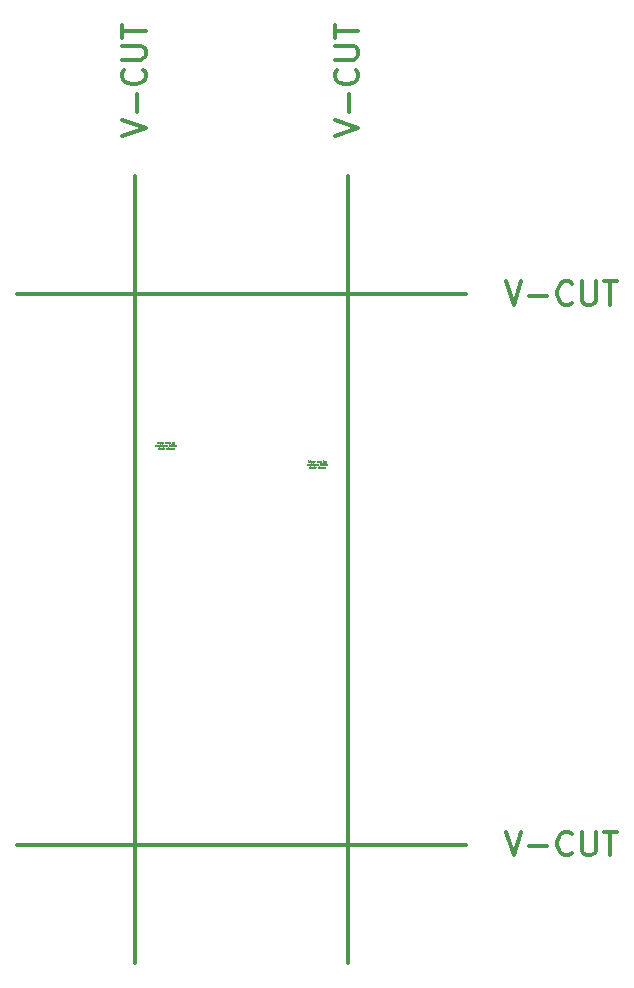
<source format=gbr>
%TF.GenerationSoftware,KiCad,Pcbnew,8.0.1*%
%TF.CreationDate,2025-06-23T19:48:13+12:00*%
%TF.ProjectId,panelrev2,70616e65-6c72-4657-9632-2e6b69636164,rev?*%
%TF.SameCoordinates,Original*%
%TF.FileFunction,Other,Comment*%
%FSLAX46Y46*%
G04 Gerber Fmt 4.6, Leading zero omitted, Abs format (unit mm)*
G04 Created by KiCad (PCBNEW 8.0.1) date 2025-06-23 19:48:13*
%MOMM*%
%LPD*%
G01*
G04 APERTURE LIST*
%ADD10C,0.300000*%
%ADD11C,0.020000*%
G04 APERTURE END LIST*
D10*
X129500000Y-27000000D02*
X167500000Y-27000000D01*
X129500000Y-73600000D02*
X167500000Y-73600000D01*
X157500000Y-17000000D02*
X157500000Y-83600000D01*
X139500000Y-17000000D02*
X139500000Y-83600000D01*
X138409638Y-13612155D02*
X140409638Y-12945489D01*
X140409638Y-12945489D02*
X138409638Y-12278822D01*
X139647733Y-11612155D02*
X139647733Y-10088346D01*
X140219161Y-7993108D02*
X140314400Y-8088346D01*
X140314400Y-8088346D02*
X140409638Y-8374060D01*
X140409638Y-8374060D02*
X140409638Y-8564536D01*
X140409638Y-8564536D02*
X140314400Y-8850251D01*
X140314400Y-8850251D02*
X140123923Y-9040727D01*
X140123923Y-9040727D02*
X139933447Y-9135965D01*
X139933447Y-9135965D02*
X139552495Y-9231203D01*
X139552495Y-9231203D02*
X139266780Y-9231203D01*
X139266780Y-9231203D02*
X138885828Y-9135965D01*
X138885828Y-9135965D02*
X138695352Y-9040727D01*
X138695352Y-9040727D02*
X138504876Y-8850251D01*
X138504876Y-8850251D02*
X138409638Y-8564536D01*
X138409638Y-8564536D02*
X138409638Y-8374060D01*
X138409638Y-8374060D02*
X138504876Y-8088346D01*
X138504876Y-8088346D02*
X138600114Y-7993108D01*
X138409638Y-7135965D02*
X140028685Y-7135965D01*
X140028685Y-7135965D02*
X140219161Y-7040727D01*
X140219161Y-7040727D02*
X140314400Y-6945489D01*
X140314400Y-6945489D02*
X140409638Y-6755013D01*
X140409638Y-6755013D02*
X140409638Y-6374060D01*
X140409638Y-6374060D02*
X140314400Y-6183584D01*
X140314400Y-6183584D02*
X140219161Y-6088346D01*
X140219161Y-6088346D02*
X140028685Y-5993108D01*
X140028685Y-5993108D02*
X138409638Y-5993108D01*
X138409638Y-5326441D02*
X138409638Y-4183584D01*
X140409638Y-4755013D02*
X138409638Y-4755013D01*
X156409638Y-13612155D02*
X158409638Y-12945489D01*
X158409638Y-12945489D02*
X156409638Y-12278822D01*
X157647733Y-11612155D02*
X157647733Y-10088346D01*
X158219161Y-7993108D02*
X158314400Y-8088346D01*
X158314400Y-8088346D02*
X158409638Y-8374060D01*
X158409638Y-8374060D02*
X158409638Y-8564536D01*
X158409638Y-8564536D02*
X158314400Y-8850251D01*
X158314400Y-8850251D02*
X158123923Y-9040727D01*
X158123923Y-9040727D02*
X157933447Y-9135965D01*
X157933447Y-9135965D02*
X157552495Y-9231203D01*
X157552495Y-9231203D02*
X157266780Y-9231203D01*
X157266780Y-9231203D02*
X156885828Y-9135965D01*
X156885828Y-9135965D02*
X156695352Y-9040727D01*
X156695352Y-9040727D02*
X156504876Y-8850251D01*
X156504876Y-8850251D02*
X156409638Y-8564536D01*
X156409638Y-8564536D02*
X156409638Y-8374060D01*
X156409638Y-8374060D02*
X156504876Y-8088346D01*
X156504876Y-8088346D02*
X156600114Y-7993108D01*
X156409638Y-7135965D02*
X158028685Y-7135965D01*
X158028685Y-7135965D02*
X158219161Y-7040727D01*
X158219161Y-7040727D02*
X158314400Y-6945489D01*
X158314400Y-6945489D02*
X158409638Y-6755013D01*
X158409638Y-6755013D02*
X158409638Y-6374060D01*
X158409638Y-6374060D02*
X158314400Y-6183584D01*
X158314400Y-6183584D02*
X158219161Y-6088346D01*
X158219161Y-6088346D02*
X158028685Y-5993108D01*
X158028685Y-5993108D02*
X156409638Y-5993108D01*
X156409638Y-5326441D02*
X156409638Y-4183584D01*
X158409638Y-4755013D02*
X156409638Y-4755013D01*
X170887844Y-25909638D02*
X171554510Y-27909638D01*
X171554510Y-27909638D02*
X172221177Y-25909638D01*
X172887844Y-27147733D02*
X174411654Y-27147733D01*
X176506891Y-27719161D02*
X176411653Y-27814400D01*
X176411653Y-27814400D02*
X176125939Y-27909638D01*
X176125939Y-27909638D02*
X175935463Y-27909638D01*
X175935463Y-27909638D02*
X175649748Y-27814400D01*
X175649748Y-27814400D02*
X175459272Y-27623923D01*
X175459272Y-27623923D02*
X175364034Y-27433447D01*
X175364034Y-27433447D02*
X175268796Y-27052495D01*
X175268796Y-27052495D02*
X175268796Y-26766780D01*
X175268796Y-26766780D02*
X175364034Y-26385828D01*
X175364034Y-26385828D02*
X175459272Y-26195352D01*
X175459272Y-26195352D02*
X175649748Y-26004876D01*
X175649748Y-26004876D02*
X175935463Y-25909638D01*
X175935463Y-25909638D02*
X176125939Y-25909638D01*
X176125939Y-25909638D02*
X176411653Y-26004876D01*
X176411653Y-26004876D02*
X176506891Y-26100114D01*
X177364034Y-25909638D02*
X177364034Y-27528685D01*
X177364034Y-27528685D02*
X177459272Y-27719161D01*
X177459272Y-27719161D02*
X177554510Y-27814400D01*
X177554510Y-27814400D02*
X177744986Y-27909638D01*
X177744986Y-27909638D02*
X178125939Y-27909638D01*
X178125939Y-27909638D02*
X178316415Y-27814400D01*
X178316415Y-27814400D02*
X178411653Y-27719161D01*
X178411653Y-27719161D02*
X178506891Y-27528685D01*
X178506891Y-27528685D02*
X178506891Y-25909638D01*
X179173558Y-25909638D02*
X180316415Y-25909638D01*
X179744986Y-27909638D02*
X179744986Y-25909638D01*
X170887844Y-72509638D02*
X171554510Y-74509638D01*
X171554510Y-74509638D02*
X172221177Y-72509638D01*
X172887844Y-73747733D02*
X174411654Y-73747733D01*
X176506891Y-74319161D02*
X176411653Y-74414400D01*
X176411653Y-74414400D02*
X176125939Y-74509638D01*
X176125939Y-74509638D02*
X175935463Y-74509638D01*
X175935463Y-74509638D02*
X175649748Y-74414400D01*
X175649748Y-74414400D02*
X175459272Y-74223923D01*
X175459272Y-74223923D02*
X175364034Y-74033447D01*
X175364034Y-74033447D02*
X175268796Y-73652495D01*
X175268796Y-73652495D02*
X175268796Y-73366780D01*
X175268796Y-73366780D02*
X175364034Y-72985828D01*
X175364034Y-72985828D02*
X175459272Y-72795352D01*
X175459272Y-72795352D02*
X175649748Y-72604876D01*
X175649748Y-72604876D02*
X175935463Y-72509638D01*
X175935463Y-72509638D02*
X176125939Y-72509638D01*
X176125939Y-72509638D02*
X176411653Y-72604876D01*
X176411653Y-72604876D02*
X176506891Y-72700114D01*
X177364034Y-72509638D02*
X177364034Y-74128685D01*
X177364034Y-74128685D02*
X177459272Y-74319161D01*
X177459272Y-74319161D02*
X177554510Y-74414400D01*
X177554510Y-74414400D02*
X177744986Y-74509638D01*
X177744986Y-74509638D02*
X178125939Y-74509638D01*
X178125939Y-74509638D02*
X178316415Y-74414400D01*
X178316415Y-74414400D02*
X178411653Y-74319161D01*
X178411653Y-74319161D02*
X178506891Y-74128685D01*
X178506891Y-74128685D02*
X178506891Y-72509638D01*
X179173558Y-72509638D02*
X180316415Y-72509638D01*
X179744986Y-74509638D02*
X179744986Y-72509638D01*
D11*
X141350000Y-39476860D02*
X141385714Y-39626860D01*
X141385714Y-39626860D02*
X141414286Y-39519718D01*
X141414286Y-39519718D02*
X141442857Y-39626860D01*
X141442857Y-39626860D02*
X141478572Y-39476860D01*
X141535715Y-39626860D02*
X141535715Y-39526860D01*
X141535715Y-39476860D02*
X141528572Y-39484003D01*
X141528572Y-39484003D02*
X141535715Y-39491146D01*
X141535715Y-39491146D02*
X141542858Y-39484003D01*
X141542858Y-39484003D02*
X141535715Y-39476860D01*
X141535715Y-39476860D02*
X141535715Y-39491146D01*
X141607144Y-39526860D02*
X141607144Y-39676860D01*
X141607144Y-39534003D02*
X141621430Y-39526860D01*
X141621430Y-39526860D02*
X141650001Y-39526860D01*
X141650001Y-39526860D02*
X141664287Y-39534003D01*
X141664287Y-39534003D02*
X141671430Y-39541146D01*
X141671430Y-39541146D02*
X141678572Y-39555432D01*
X141678572Y-39555432D02*
X141678572Y-39598289D01*
X141678572Y-39598289D02*
X141671430Y-39612575D01*
X141671430Y-39612575D02*
X141664287Y-39619718D01*
X141664287Y-39619718D02*
X141650001Y-39626860D01*
X141650001Y-39626860D02*
X141621430Y-39626860D01*
X141621430Y-39626860D02*
X141607144Y-39619718D01*
X141800001Y-39619718D02*
X141785715Y-39626860D01*
X141785715Y-39626860D02*
X141757144Y-39626860D01*
X141757144Y-39626860D02*
X141742858Y-39619718D01*
X141742858Y-39619718D02*
X141735715Y-39605432D01*
X141735715Y-39605432D02*
X141735715Y-39548289D01*
X141735715Y-39548289D02*
X141742858Y-39534003D01*
X141742858Y-39534003D02*
X141757144Y-39526860D01*
X141757144Y-39526860D02*
X141785715Y-39526860D01*
X141785715Y-39526860D02*
X141800001Y-39534003D01*
X141800001Y-39534003D02*
X141807144Y-39548289D01*
X141807144Y-39548289D02*
X141807144Y-39562575D01*
X141807144Y-39562575D02*
X141735715Y-39576860D01*
X141871429Y-39626860D02*
X141871429Y-39526860D01*
X141871429Y-39555432D02*
X141878572Y-39541146D01*
X141878572Y-39541146D02*
X141885715Y-39534003D01*
X141885715Y-39534003D02*
X141900000Y-39526860D01*
X141900000Y-39526860D02*
X141914286Y-39526860D01*
X142078572Y-39626860D02*
X142078572Y-39526860D01*
X142078572Y-39541146D02*
X142085715Y-39534003D01*
X142085715Y-39534003D02*
X142100000Y-39526860D01*
X142100000Y-39526860D02*
X142121429Y-39526860D01*
X142121429Y-39526860D02*
X142135715Y-39534003D01*
X142135715Y-39534003D02*
X142142858Y-39548289D01*
X142142858Y-39548289D02*
X142142858Y-39626860D01*
X142142858Y-39548289D02*
X142150000Y-39534003D01*
X142150000Y-39534003D02*
X142164286Y-39526860D01*
X142164286Y-39526860D02*
X142185715Y-39526860D01*
X142185715Y-39526860D02*
X142200000Y-39534003D01*
X142200000Y-39534003D02*
X142207143Y-39548289D01*
X142207143Y-39548289D02*
X142207143Y-39626860D01*
X142342858Y-39626860D02*
X142342858Y-39548289D01*
X142342858Y-39548289D02*
X142335715Y-39534003D01*
X142335715Y-39534003D02*
X142321429Y-39526860D01*
X142321429Y-39526860D02*
X142292858Y-39526860D01*
X142292858Y-39526860D02*
X142278572Y-39534003D01*
X142342858Y-39619718D02*
X142328572Y-39626860D01*
X142328572Y-39626860D02*
X142292858Y-39626860D01*
X142292858Y-39626860D02*
X142278572Y-39619718D01*
X142278572Y-39619718D02*
X142271429Y-39605432D01*
X142271429Y-39605432D02*
X142271429Y-39591146D01*
X142271429Y-39591146D02*
X142278572Y-39576860D01*
X142278572Y-39576860D02*
X142292858Y-39569718D01*
X142292858Y-39569718D02*
X142328572Y-39569718D01*
X142328572Y-39569718D02*
X142342858Y-39562575D01*
X142400000Y-39526860D02*
X142435714Y-39626860D01*
X142471429Y-39526860D02*
X142435714Y-39626860D01*
X142435714Y-39626860D02*
X142421429Y-39662575D01*
X142421429Y-39662575D02*
X142414286Y-39669718D01*
X142414286Y-39669718D02*
X142400000Y-39676860D01*
X142642858Y-39626860D02*
X142642858Y-39476860D01*
X142642858Y-39534003D02*
X142657144Y-39526860D01*
X142657144Y-39526860D02*
X142685715Y-39526860D01*
X142685715Y-39526860D02*
X142700001Y-39534003D01*
X142700001Y-39534003D02*
X142707144Y-39541146D01*
X142707144Y-39541146D02*
X142714286Y-39555432D01*
X142714286Y-39555432D02*
X142714286Y-39598289D01*
X142714286Y-39598289D02*
X142707144Y-39612575D01*
X142707144Y-39612575D02*
X142700001Y-39619718D01*
X142700001Y-39619718D02*
X142685715Y-39626860D01*
X142685715Y-39626860D02*
X142657144Y-39626860D01*
X142657144Y-39626860D02*
X142642858Y-39619718D01*
X142835715Y-39619718D02*
X142821429Y-39626860D01*
X142821429Y-39626860D02*
X142792858Y-39626860D01*
X142792858Y-39626860D02*
X142778572Y-39619718D01*
X142778572Y-39619718D02*
X142771429Y-39605432D01*
X142771429Y-39605432D02*
X142771429Y-39548289D01*
X142771429Y-39548289D02*
X142778572Y-39534003D01*
X142778572Y-39534003D02*
X142792858Y-39526860D01*
X142792858Y-39526860D02*
X142821429Y-39526860D01*
X142821429Y-39526860D02*
X142835715Y-39534003D01*
X142835715Y-39534003D02*
X142842858Y-39548289D01*
X142842858Y-39548289D02*
X142842858Y-39562575D01*
X142842858Y-39562575D02*
X142771429Y-39576860D01*
X141300001Y-39868352D02*
X141300001Y-39789781D01*
X141300001Y-39789781D02*
X141292858Y-39775495D01*
X141292858Y-39775495D02*
X141278572Y-39768352D01*
X141278572Y-39768352D02*
X141250001Y-39768352D01*
X141250001Y-39768352D02*
X141235715Y-39775495D01*
X141300001Y-39861210D02*
X141285715Y-39868352D01*
X141285715Y-39868352D02*
X141250001Y-39868352D01*
X141250001Y-39868352D02*
X141235715Y-39861210D01*
X141235715Y-39861210D02*
X141228572Y-39846924D01*
X141228572Y-39846924D02*
X141228572Y-39832638D01*
X141228572Y-39832638D02*
X141235715Y-39818352D01*
X141235715Y-39818352D02*
X141250001Y-39811210D01*
X141250001Y-39811210D02*
X141285715Y-39811210D01*
X141285715Y-39811210D02*
X141300001Y-39804067D01*
X141371429Y-39768352D02*
X141371429Y-39868352D01*
X141371429Y-39782638D02*
X141378572Y-39775495D01*
X141378572Y-39775495D02*
X141392857Y-39768352D01*
X141392857Y-39768352D02*
X141414286Y-39768352D01*
X141414286Y-39768352D02*
X141428572Y-39775495D01*
X141428572Y-39775495D02*
X141435715Y-39789781D01*
X141435715Y-39789781D02*
X141435715Y-39868352D01*
X141492857Y-39768352D02*
X141528571Y-39868352D01*
X141564286Y-39768352D02*
X141528571Y-39868352D01*
X141528571Y-39868352D02*
X141514286Y-39904067D01*
X141514286Y-39904067D02*
X141507143Y-39911210D01*
X141507143Y-39911210D02*
X141492857Y-39918352D01*
X141607143Y-39768352D02*
X141635715Y-39868352D01*
X141635715Y-39868352D02*
X141664286Y-39796924D01*
X141664286Y-39796924D02*
X141692857Y-39868352D01*
X141692857Y-39868352D02*
X141721429Y-39768352D01*
X141778572Y-39868352D02*
X141778572Y-39718352D01*
X141842858Y-39868352D02*
X141842858Y-39789781D01*
X141842858Y-39789781D02*
X141835715Y-39775495D01*
X141835715Y-39775495D02*
X141821429Y-39768352D01*
X141821429Y-39768352D02*
X141800000Y-39768352D01*
X141800000Y-39768352D02*
X141785715Y-39775495D01*
X141785715Y-39775495D02*
X141778572Y-39782638D01*
X141971429Y-39861210D02*
X141957143Y-39868352D01*
X141957143Y-39868352D02*
X141928572Y-39868352D01*
X141928572Y-39868352D02*
X141914286Y-39861210D01*
X141914286Y-39861210D02*
X141907143Y-39846924D01*
X141907143Y-39846924D02*
X141907143Y-39789781D01*
X141907143Y-39789781D02*
X141914286Y-39775495D01*
X141914286Y-39775495D02*
X141928572Y-39768352D01*
X141928572Y-39768352D02*
X141957143Y-39768352D01*
X141957143Y-39768352D02*
X141971429Y-39775495D01*
X141971429Y-39775495D02*
X141978572Y-39789781D01*
X141978572Y-39789781D02*
X141978572Y-39804067D01*
X141978572Y-39804067D02*
X141907143Y-39818352D01*
X142042857Y-39868352D02*
X142042857Y-39768352D01*
X142042857Y-39796924D02*
X142050000Y-39782638D01*
X142050000Y-39782638D02*
X142057143Y-39775495D01*
X142057143Y-39775495D02*
X142071428Y-39768352D01*
X142071428Y-39768352D02*
X142085714Y-39768352D01*
X142192857Y-39861210D02*
X142178571Y-39868352D01*
X142178571Y-39868352D02*
X142150000Y-39868352D01*
X142150000Y-39868352D02*
X142135714Y-39861210D01*
X142135714Y-39861210D02*
X142128571Y-39846924D01*
X142128571Y-39846924D02*
X142128571Y-39789781D01*
X142128571Y-39789781D02*
X142135714Y-39775495D01*
X142135714Y-39775495D02*
X142150000Y-39768352D01*
X142150000Y-39768352D02*
X142178571Y-39768352D01*
X142178571Y-39768352D02*
X142192857Y-39775495D01*
X142192857Y-39775495D02*
X142200000Y-39789781D01*
X142200000Y-39789781D02*
X142200000Y-39804067D01*
X142200000Y-39804067D02*
X142128571Y-39818352D01*
X142364285Y-39768352D02*
X142392857Y-39868352D01*
X142392857Y-39868352D02*
X142421428Y-39796924D01*
X142421428Y-39796924D02*
X142449999Y-39868352D01*
X142449999Y-39868352D02*
X142478571Y-39768352D01*
X142535714Y-39868352D02*
X142535714Y-39768352D01*
X142535714Y-39718352D02*
X142528571Y-39725495D01*
X142528571Y-39725495D02*
X142535714Y-39732638D01*
X142535714Y-39732638D02*
X142542857Y-39725495D01*
X142542857Y-39725495D02*
X142535714Y-39718352D01*
X142535714Y-39718352D02*
X142535714Y-39732638D01*
X142585714Y-39768352D02*
X142642857Y-39768352D01*
X142607143Y-39718352D02*
X142607143Y-39846924D01*
X142607143Y-39846924D02*
X142614286Y-39861210D01*
X142614286Y-39861210D02*
X142628571Y-39868352D01*
X142628571Y-39868352D02*
X142642857Y-39868352D01*
X142692857Y-39868352D02*
X142692857Y-39718352D01*
X142757143Y-39868352D02*
X142757143Y-39789781D01*
X142757143Y-39789781D02*
X142750000Y-39775495D01*
X142750000Y-39775495D02*
X142735714Y-39768352D01*
X142735714Y-39768352D02*
X142714285Y-39768352D01*
X142714285Y-39768352D02*
X142700000Y-39775495D01*
X142700000Y-39775495D02*
X142692857Y-39782638D01*
X142828571Y-39868352D02*
X142828571Y-39768352D01*
X142828571Y-39718352D02*
X142821428Y-39725495D01*
X142821428Y-39725495D02*
X142828571Y-39732638D01*
X142828571Y-39732638D02*
X142835714Y-39725495D01*
X142835714Y-39725495D02*
X142828571Y-39718352D01*
X142828571Y-39718352D02*
X142828571Y-39732638D01*
X142900000Y-39768352D02*
X142900000Y-39868352D01*
X142900000Y-39782638D02*
X142907143Y-39775495D01*
X142907143Y-39775495D02*
X142921428Y-39768352D01*
X142921428Y-39768352D02*
X142942857Y-39768352D01*
X142942857Y-39768352D02*
X142957143Y-39775495D01*
X142957143Y-39775495D02*
X142964286Y-39789781D01*
X142964286Y-39789781D02*
X142964286Y-39868352D01*
X141485715Y-40102702D02*
X141471429Y-40109844D01*
X141471429Y-40109844D02*
X141442857Y-40109844D01*
X141442857Y-40109844D02*
X141428572Y-40102702D01*
X141428572Y-40102702D02*
X141421429Y-40095559D01*
X141421429Y-40095559D02*
X141414286Y-40081273D01*
X141414286Y-40081273D02*
X141414286Y-40038416D01*
X141414286Y-40038416D02*
X141421429Y-40024130D01*
X141421429Y-40024130D02*
X141428572Y-40016987D01*
X141428572Y-40016987D02*
X141442857Y-40009844D01*
X141442857Y-40009844D02*
X141471429Y-40009844D01*
X141471429Y-40009844D02*
X141485715Y-40016987D01*
X141550000Y-40109844D02*
X141550000Y-40009844D01*
X141550000Y-39959844D02*
X141542857Y-39966987D01*
X141542857Y-39966987D02*
X141550000Y-39974130D01*
X141550000Y-39974130D02*
X141557143Y-39966987D01*
X141557143Y-39966987D02*
X141550000Y-39959844D01*
X141550000Y-39959844D02*
X141550000Y-39974130D01*
X141621429Y-40109844D02*
X141621429Y-40009844D01*
X141621429Y-40038416D02*
X141628572Y-40024130D01*
X141628572Y-40024130D02*
X141635715Y-40016987D01*
X141635715Y-40016987D02*
X141650000Y-40009844D01*
X141650000Y-40009844D02*
X141664286Y-40009844D01*
X141778572Y-40102702D02*
X141764286Y-40109844D01*
X141764286Y-40109844D02*
X141735714Y-40109844D01*
X141735714Y-40109844D02*
X141721429Y-40102702D01*
X141721429Y-40102702D02*
X141714286Y-40095559D01*
X141714286Y-40095559D02*
X141707143Y-40081273D01*
X141707143Y-40081273D02*
X141707143Y-40038416D01*
X141707143Y-40038416D02*
X141714286Y-40024130D01*
X141714286Y-40024130D02*
X141721429Y-40016987D01*
X141721429Y-40016987D02*
X141735714Y-40009844D01*
X141735714Y-40009844D02*
X141764286Y-40009844D01*
X141764286Y-40009844D02*
X141778572Y-40016987D01*
X141864285Y-40109844D02*
X141850000Y-40102702D01*
X141850000Y-40102702D02*
X141842857Y-40088416D01*
X141842857Y-40088416D02*
X141842857Y-39959844D01*
X141978571Y-40102702D02*
X141964285Y-40109844D01*
X141964285Y-40109844D02*
X141935714Y-40109844D01*
X141935714Y-40109844D02*
X141921428Y-40102702D01*
X141921428Y-40102702D02*
X141914285Y-40088416D01*
X141914285Y-40088416D02*
X141914285Y-40031273D01*
X141914285Y-40031273D02*
X141921428Y-40016987D01*
X141921428Y-40016987D02*
X141935714Y-40009844D01*
X141935714Y-40009844D02*
X141964285Y-40009844D01*
X141964285Y-40009844D02*
X141978571Y-40016987D01*
X141978571Y-40016987D02*
X141985714Y-40031273D01*
X141985714Y-40031273D02*
X141985714Y-40045559D01*
X141985714Y-40045559D02*
X141914285Y-40059844D01*
X142157142Y-40102702D02*
X142171428Y-40109844D01*
X142171428Y-40109844D02*
X142199999Y-40109844D01*
X142199999Y-40109844D02*
X142214285Y-40102702D01*
X142214285Y-40102702D02*
X142221428Y-40088416D01*
X142221428Y-40088416D02*
X142221428Y-40081273D01*
X142221428Y-40081273D02*
X142214285Y-40066987D01*
X142214285Y-40066987D02*
X142199999Y-40059844D01*
X142199999Y-40059844D02*
X142178571Y-40059844D01*
X142178571Y-40059844D02*
X142164285Y-40052702D01*
X142164285Y-40052702D02*
X142157142Y-40038416D01*
X142157142Y-40038416D02*
X142157142Y-40031273D01*
X142157142Y-40031273D02*
X142164285Y-40016987D01*
X142164285Y-40016987D02*
X142178571Y-40009844D01*
X142178571Y-40009844D02*
X142199999Y-40009844D01*
X142199999Y-40009844D02*
X142214285Y-40016987D01*
X142285714Y-40109844D02*
X142285714Y-39959844D01*
X142350000Y-40109844D02*
X142350000Y-40031273D01*
X142350000Y-40031273D02*
X142342857Y-40016987D01*
X142342857Y-40016987D02*
X142328571Y-40009844D01*
X142328571Y-40009844D02*
X142307142Y-40009844D01*
X142307142Y-40009844D02*
X142292857Y-40016987D01*
X142292857Y-40016987D02*
X142285714Y-40024130D01*
X142442856Y-40109844D02*
X142428571Y-40102702D01*
X142428571Y-40102702D02*
X142421428Y-40095559D01*
X142421428Y-40095559D02*
X142414285Y-40081273D01*
X142414285Y-40081273D02*
X142414285Y-40038416D01*
X142414285Y-40038416D02*
X142421428Y-40024130D01*
X142421428Y-40024130D02*
X142428571Y-40016987D01*
X142428571Y-40016987D02*
X142442856Y-40009844D01*
X142442856Y-40009844D02*
X142464285Y-40009844D01*
X142464285Y-40009844D02*
X142478571Y-40016987D01*
X142478571Y-40016987D02*
X142485714Y-40024130D01*
X142485714Y-40024130D02*
X142492856Y-40038416D01*
X142492856Y-40038416D02*
X142492856Y-40081273D01*
X142492856Y-40081273D02*
X142485714Y-40095559D01*
X142485714Y-40095559D02*
X142478571Y-40102702D01*
X142478571Y-40102702D02*
X142464285Y-40109844D01*
X142464285Y-40109844D02*
X142442856Y-40109844D01*
X142542856Y-40009844D02*
X142571428Y-40109844D01*
X142571428Y-40109844D02*
X142599999Y-40038416D01*
X142599999Y-40038416D02*
X142628570Y-40109844D01*
X142628570Y-40109844D02*
X142657142Y-40009844D01*
X142714285Y-40009844D02*
X142714285Y-40109844D01*
X142714285Y-40024130D02*
X142721428Y-40016987D01*
X142721428Y-40016987D02*
X142735713Y-40009844D01*
X142735713Y-40009844D02*
X142757142Y-40009844D01*
X142757142Y-40009844D02*
X142771428Y-40016987D01*
X142771428Y-40016987D02*
X142778571Y-40031273D01*
X142778571Y-40031273D02*
X142778571Y-40109844D01*
X154150000Y-41076860D02*
X154185714Y-41226860D01*
X154185714Y-41226860D02*
X154214286Y-41119718D01*
X154214286Y-41119718D02*
X154242857Y-41226860D01*
X154242857Y-41226860D02*
X154278572Y-41076860D01*
X154335715Y-41226860D02*
X154335715Y-41126860D01*
X154335715Y-41076860D02*
X154328572Y-41084003D01*
X154328572Y-41084003D02*
X154335715Y-41091146D01*
X154335715Y-41091146D02*
X154342858Y-41084003D01*
X154342858Y-41084003D02*
X154335715Y-41076860D01*
X154335715Y-41076860D02*
X154335715Y-41091146D01*
X154407144Y-41126860D02*
X154407144Y-41276860D01*
X154407144Y-41134003D02*
X154421430Y-41126860D01*
X154421430Y-41126860D02*
X154450001Y-41126860D01*
X154450001Y-41126860D02*
X154464287Y-41134003D01*
X154464287Y-41134003D02*
X154471430Y-41141146D01*
X154471430Y-41141146D02*
X154478572Y-41155432D01*
X154478572Y-41155432D02*
X154478572Y-41198289D01*
X154478572Y-41198289D02*
X154471430Y-41212575D01*
X154471430Y-41212575D02*
X154464287Y-41219718D01*
X154464287Y-41219718D02*
X154450001Y-41226860D01*
X154450001Y-41226860D02*
X154421430Y-41226860D01*
X154421430Y-41226860D02*
X154407144Y-41219718D01*
X154600001Y-41219718D02*
X154585715Y-41226860D01*
X154585715Y-41226860D02*
X154557144Y-41226860D01*
X154557144Y-41226860D02*
X154542858Y-41219718D01*
X154542858Y-41219718D02*
X154535715Y-41205432D01*
X154535715Y-41205432D02*
X154535715Y-41148289D01*
X154535715Y-41148289D02*
X154542858Y-41134003D01*
X154542858Y-41134003D02*
X154557144Y-41126860D01*
X154557144Y-41126860D02*
X154585715Y-41126860D01*
X154585715Y-41126860D02*
X154600001Y-41134003D01*
X154600001Y-41134003D02*
X154607144Y-41148289D01*
X154607144Y-41148289D02*
X154607144Y-41162575D01*
X154607144Y-41162575D02*
X154535715Y-41176860D01*
X154671429Y-41226860D02*
X154671429Y-41126860D01*
X154671429Y-41155432D02*
X154678572Y-41141146D01*
X154678572Y-41141146D02*
X154685715Y-41134003D01*
X154685715Y-41134003D02*
X154700000Y-41126860D01*
X154700000Y-41126860D02*
X154714286Y-41126860D01*
X154878572Y-41226860D02*
X154878572Y-41126860D01*
X154878572Y-41141146D02*
X154885715Y-41134003D01*
X154885715Y-41134003D02*
X154900000Y-41126860D01*
X154900000Y-41126860D02*
X154921429Y-41126860D01*
X154921429Y-41126860D02*
X154935715Y-41134003D01*
X154935715Y-41134003D02*
X154942858Y-41148289D01*
X154942858Y-41148289D02*
X154942858Y-41226860D01*
X154942858Y-41148289D02*
X154950000Y-41134003D01*
X154950000Y-41134003D02*
X154964286Y-41126860D01*
X154964286Y-41126860D02*
X154985715Y-41126860D01*
X154985715Y-41126860D02*
X155000000Y-41134003D01*
X155000000Y-41134003D02*
X155007143Y-41148289D01*
X155007143Y-41148289D02*
X155007143Y-41226860D01*
X155142858Y-41226860D02*
X155142858Y-41148289D01*
X155142858Y-41148289D02*
X155135715Y-41134003D01*
X155135715Y-41134003D02*
X155121429Y-41126860D01*
X155121429Y-41126860D02*
X155092858Y-41126860D01*
X155092858Y-41126860D02*
X155078572Y-41134003D01*
X155142858Y-41219718D02*
X155128572Y-41226860D01*
X155128572Y-41226860D02*
X155092858Y-41226860D01*
X155092858Y-41226860D02*
X155078572Y-41219718D01*
X155078572Y-41219718D02*
X155071429Y-41205432D01*
X155071429Y-41205432D02*
X155071429Y-41191146D01*
X155071429Y-41191146D02*
X155078572Y-41176860D01*
X155078572Y-41176860D02*
X155092858Y-41169718D01*
X155092858Y-41169718D02*
X155128572Y-41169718D01*
X155128572Y-41169718D02*
X155142858Y-41162575D01*
X155200000Y-41126860D02*
X155235714Y-41226860D01*
X155271429Y-41126860D02*
X155235714Y-41226860D01*
X155235714Y-41226860D02*
X155221429Y-41262575D01*
X155221429Y-41262575D02*
X155214286Y-41269718D01*
X155214286Y-41269718D02*
X155200000Y-41276860D01*
X155442858Y-41226860D02*
X155442858Y-41076860D01*
X155442858Y-41134003D02*
X155457144Y-41126860D01*
X155457144Y-41126860D02*
X155485715Y-41126860D01*
X155485715Y-41126860D02*
X155500001Y-41134003D01*
X155500001Y-41134003D02*
X155507144Y-41141146D01*
X155507144Y-41141146D02*
X155514286Y-41155432D01*
X155514286Y-41155432D02*
X155514286Y-41198289D01*
X155514286Y-41198289D02*
X155507144Y-41212575D01*
X155507144Y-41212575D02*
X155500001Y-41219718D01*
X155500001Y-41219718D02*
X155485715Y-41226860D01*
X155485715Y-41226860D02*
X155457144Y-41226860D01*
X155457144Y-41226860D02*
X155442858Y-41219718D01*
X155635715Y-41219718D02*
X155621429Y-41226860D01*
X155621429Y-41226860D02*
X155592858Y-41226860D01*
X155592858Y-41226860D02*
X155578572Y-41219718D01*
X155578572Y-41219718D02*
X155571429Y-41205432D01*
X155571429Y-41205432D02*
X155571429Y-41148289D01*
X155571429Y-41148289D02*
X155578572Y-41134003D01*
X155578572Y-41134003D02*
X155592858Y-41126860D01*
X155592858Y-41126860D02*
X155621429Y-41126860D01*
X155621429Y-41126860D02*
X155635715Y-41134003D01*
X155635715Y-41134003D02*
X155642858Y-41148289D01*
X155642858Y-41148289D02*
X155642858Y-41162575D01*
X155642858Y-41162575D02*
X155571429Y-41176860D01*
X154100001Y-41468352D02*
X154100001Y-41389781D01*
X154100001Y-41389781D02*
X154092858Y-41375495D01*
X154092858Y-41375495D02*
X154078572Y-41368352D01*
X154078572Y-41368352D02*
X154050001Y-41368352D01*
X154050001Y-41368352D02*
X154035715Y-41375495D01*
X154100001Y-41461210D02*
X154085715Y-41468352D01*
X154085715Y-41468352D02*
X154050001Y-41468352D01*
X154050001Y-41468352D02*
X154035715Y-41461210D01*
X154035715Y-41461210D02*
X154028572Y-41446924D01*
X154028572Y-41446924D02*
X154028572Y-41432638D01*
X154028572Y-41432638D02*
X154035715Y-41418352D01*
X154035715Y-41418352D02*
X154050001Y-41411210D01*
X154050001Y-41411210D02*
X154085715Y-41411210D01*
X154085715Y-41411210D02*
X154100001Y-41404067D01*
X154171429Y-41368352D02*
X154171429Y-41468352D01*
X154171429Y-41382638D02*
X154178572Y-41375495D01*
X154178572Y-41375495D02*
X154192857Y-41368352D01*
X154192857Y-41368352D02*
X154214286Y-41368352D01*
X154214286Y-41368352D02*
X154228572Y-41375495D01*
X154228572Y-41375495D02*
X154235715Y-41389781D01*
X154235715Y-41389781D02*
X154235715Y-41468352D01*
X154292857Y-41368352D02*
X154328571Y-41468352D01*
X154364286Y-41368352D02*
X154328571Y-41468352D01*
X154328571Y-41468352D02*
X154314286Y-41504067D01*
X154314286Y-41504067D02*
X154307143Y-41511210D01*
X154307143Y-41511210D02*
X154292857Y-41518352D01*
X154407143Y-41368352D02*
X154435715Y-41468352D01*
X154435715Y-41468352D02*
X154464286Y-41396924D01*
X154464286Y-41396924D02*
X154492857Y-41468352D01*
X154492857Y-41468352D02*
X154521429Y-41368352D01*
X154578572Y-41468352D02*
X154578572Y-41318352D01*
X154642858Y-41468352D02*
X154642858Y-41389781D01*
X154642858Y-41389781D02*
X154635715Y-41375495D01*
X154635715Y-41375495D02*
X154621429Y-41368352D01*
X154621429Y-41368352D02*
X154600000Y-41368352D01*
X154600000Y-41368352D02*
X154585715Y-41375495D01*
X154585715Y-41375495D02*
X154578572Y-41382638D01*
X154771429Y-41461210D02*
X154757143Y-41468352D01*
X154757143Y-41468352D02*
X154728572Y-41468352D01*
X154728572Y-41468352D02*
X154714286Y-41461210D01*
X154714286Y-41461210D02*
X154707143Y-41446924D01*
X154707143Y-41446924D02*
X154707143Y-41389781D01*
X154707143Y-41389781D02*
X154714286Y-41375495D01*
X154714286Y-41375495D02*
X154728572Y-41368352D01*
X154728572Y-41368352D02*
X154757143Y-41368352D01*
X154757143Y-41368352D02*
X154771429Y-41375495D01*
X154771429Y-41375495D02*
X154778572Y-41389781D01*
X154778572Y-41389781D02*
X154778572Y-41404067D01*
X154778572Y-41404067D02*
X154707143Y-41418352D01*
X154842857Y-41468352D02*
X154842857Y-41368352D01*
X154842857Y-41396924D02*
X154850000Y-41382638D01*
X154850000Y-41382638D02*
X154857143Y-41375495D01*
X154857143Y-41375495D02*
X154871428Y-41368352D01*
X154871428Y-41368352D02*
X154885714Y-41368352D01*
X154992857Y-41461210D02*
X154978571Y-41468352D01*
X154978571Y-41468352D02*
X154950000Y-41468352D01*
X154950000Y-41468352D02*
X154935714Y-41461210D01*
X154935714Y-41461210D02*
X154928571Y-41446924D01*
X154928571Y-41446924D02*
X154928571Y-41389781D01*
X154928571Y-41389781D02*
X154935714Y-41375495D01*
X154935714Y-41375495D02*
X154950000Y-41368352D01*
X154950000Y-41368352D02*
X154978571Y-41368352D01*
X154978571Y-41368352D02*
X154992857Y-41375495D01*
X154992857Y-41375495D02*
X155000000Y-41389781D01*
X155000000Y-41389781D02*
X155000000Y-41404067D01*
X155000000Y-41404067D02*
X154928571Y-41418352D01*
X155164285Y-41368352D02*
X155192857Y-41468352D01*
X155192857Y-41468352D02*
X155221428Y-41396924D01*
X155221428Y-41396924D02*
X155249999Y-41468352D01*
X155249999Y-41468352D02*
X155278571Y-41368352D01*
X155335714Y-41468352D02*
X155335714Y-41368352D01*
X155335714Y-41318352D02*
X155328571Y-41325495D01*
X155328571Y-41325495D02*
X155335714Y-41332638D01*
X155335714Y-41332638D02*
X155342857Y-41325495D01*
X155342857Y-41325495D02*
X155335714Y-41318352D01*
X155335714Y-41318352D02*
X155335714Y-41332638D01*
X155385714Y-41368352D02*
X155442857Y-41368352D01*
X155407143Y-41318352D02*
X155407143Y-41446924D01*
X155407143Y-41446924D02*
X155414286Y-41461210D01*
X155414286Y-41461210D02*
X155428571Y-41468352D01*
X155428571Y-41468352D02*
X155442857Y-41468352D01*
X155492857Y-41468352D02*
X155492857Y-41318352D01*
X155557143Y-41468352D02*
X155557143Y-41389781D01*
X155557143Y-41389781D02*
X155550000Y-41375495D01*
X155550000Y-41375495D02*
X155535714Y-41368352D01*
X155535714Y-41368352D02*
X155514285Y-41368352D01*
X155514285Y-41368352D02*
X155500000Y-41375495D01*
X155500000Y-41375495D02*
X155492857Y-41382638D01*
X155628571Y-41468352D02*
X155628571Y-41368352D01*
X155628571Y-41318352D02*
X155621428Y-41325495D01*
X155621428Y-41325495D02*
X155628571Y-41332638D01*
X155628571Y-41332638D02*
X155635714Y-41325495D01*
X155635714Y-41325495D02*
X155628571Y-41318352D01*
X155628571Y-41318352D02*
X155628571Y-41332638D01*
X155700000Y-41368352D02*
X155700000Y-41468352D01*
X155700000Y-41382638D02*
X155707143Y-41375495D01*
X155707143Y-41375495D02*
X155721428Y-41368352D01*
X155721428Y-41368352D02*
X155742857Y-41368352D01*
X155742857Y-41368352D02*
X155757143Y-41375495D01*
X155757143Y-41375495D02*
X155764286Y-41389781D01*
X155764286Y-41389781D02*
X155764286Y-41468352D01*
X154285715Y-41702702D02*
X154271429Y-41709844D01*
X154271429Y-41709844D02*
X154242857Y-41709844D01*
X154242857Y-41709844D02*
X154228572Y-41702702D01*
X154228572Y-41702702D02*
X154221429Y-41695559D01*
X154221429Y-41695559D02*
X154214286Y-41681273D01*
X154214286Y-41681273D02*
X154214286Y-41638416D01*
X154214286Y-41638416D02*
X154221429Y-41624130D01*
X154221429Y-41624130D02*
X154228572Y-41616987D01*
X154228572Y-41616987D02*
X154242857Y-41609844D01*
X154242857Y-41609844D02*
X154271429Y-41609844D01*
X154271429Y-41609844D02*
X154285715Y-41616987D01*
X154350000Y-41709844D02*
X154350000Y-41609844D01*
X154350000Y-41559844D02*
X154342857Y-41566987D01*
X154342857Y-41566987D02*
X154350000Y-41574130D01*
X154350000Y-41574130D02*
X154357143Y-41566987D01*
X154357143Y-41566987D02*
X154350000Y-41559844D01*
X154350000Y-41559844D02*
X154350000Y-41574130D01*
X154421429Y-41709844D02*
X154421429Y-41609844D01*
X154421429Y-41638416D02*
X154428572Y-41624130D01*
X154428572Y-41624130D02*
X154435715Y-41616987D01*
X154435715Y-41616987D02*
X154450000Y-41609844D01*
X154450000Y-41609844D02*
X154464286Y-41609844D01*
X154578572Y-41702702D02*
X154564286Y-41709844D01*
X154564286Y-41709844D02*
X154535714Y-41709844D01*
X154535714Y-41709844D02*
X154521429Y-41702702D01*
X154521429Y-41702702D02*
X154514286Y-41695559D01*
X154514286Y-41695559D02*
X154507143Y-41681273D01*
X154507143Y-41681273D02*
X154507143Y-41638416D01*
X154507143Y-41638416D02*
X154514286Y-41624130D01*
X154514286Y-41624130D02*
X154521429Y-41616987D01*
X154521429Y-41616987D02*
X154535714Y-41609844D01*
X154535714Y-41609844D02*
X154564286Y-41609844D01*
X154564286Y-41609844D02*
X154578572Y-41616987D01*
X154664285Y-41709844D02*
X154650000Y-41702702D01*
X154650000Y-41702702D02*
X154642857Y-41688416D01*
X154642857Y-41688416D02*
X154642857Y-41559844D01*
X154778571Y-41702702D02*
X154764285Y-41709844D01*
X154764285Y-41709844D02*
X154735714Y-41709844D01*
X154735714Y-41709844D02*
X154721428Y-41702702D01*
X154721428Y-41702702D02*
X154714285Y-41688416D01*
X154714285Y-41688416D02*
X154714285Y-41631273D01*
X154714285Y-41631273D02*
X154721428Y-41616987D01*
X154721428Y-41616987D02*
X154735714Y-41609844D01*
X154735714Y-41609844D02*
X154764285Y-41609844D01*
X154764285Y-41609844D02*
X154778571Y-41616987D01*
X154778571Y-41616987D02*
X154785714Y-41631273D01*
X154785714Y-41631273D02*
X154785714Y-41645559D01*
X154785714Y-41645559D02*
X154714285Y-41659844D01*
X154957142Y-41702702D02*
X154971428Y-41709844D01*
X154971428Y-41709844D02*
X154999999Y-41709844D01*
X154999999Y-41709844D02*
X155014285Y-41702702D01*
X155014285Y-41702702D02*
X155021428Y-41688416D01*
X155021428Y-41688416D02*
X155021428Y-41681273D01*
X155021428Y-41681273D02*
X155014285Y-41666987D01*
X155014285Y-41666987D02*
X154999999Y-41659844D01*
X154999999Y-41659844D02*
X154978571Y-41659844D01*
X154978571Y-41659844D02*
X154964285Y-41652702D01*
X154964285Y-41652702D02*
X154957142Y-41638416D01*
X154957142Y-41638416D02*
X154957142Y-41631273D01*
X154957142Y-41631273D02*
X154964285Y-41616987D01*
X154964285Y-41616987D02*
X154978571Y-41609844D01*
X154978571Y-41609844D02*
X154999999Y-41609844D01*
X154999999Y-41609844D02*
X155014285Y-41616987D01*
X155085714Y-41709844D02*
X155085714Y-41559844D01*
X155150000Y-41709844D02*
X155150000Y-41631273D01*
X155150000Y-41631273D02*
X155142857Y-41616987D01*
X155142857Y-41616987D02*
X155128571Y-41609844D01*
X155128571Y-41609844D02*
X155107142Y-41609844D01*
X155107142Y-41609844D02*
X155092857Y-41616987D01*
X155092857Y-41616987D02*
X155085714Y-41624130D01*
X155242856Y-41709844D02*
X155228571Y-41702702D01*
X155228571Y-41702702D02*
X155221428Y-41695559D01*
X155221428Y-41695559D02*
X155214285Y-41681273D01*
X155214285Y-41681273D02*
X155214285Y-41638416D01*
X155214285Y-41638416D02*
X155221428Y-41624130D01*
X155221428Y-41624130D02*
X155228571Y-41616987D01*
X155228571Y-41616987D02*
X155242856Y-41609844D01*
X155242856Y-41609844D02*
X155264285Y-41609844D01*
X155264285Y-41609844D02*
X155278571Y-41616987D01*
X155278571Y-41616987D02*
X155285714Y-41624130D01*
X155285714Y-41624130D02*
X155292856Y-41638416D01*
X155292856Y-41638416D02*
X155292856Y-41681273D01*
X155292856Y-41681273D02*
X155285714Y-41695559D01*
X155285714Y-41695559D02*
X155278571Y-41702702D01*
X155278571Y-41702702D02*
X155264285Y-41709844D01*
X155264285Y-41709844D02*
X155242856Y-41709844D01*
X155342856Y-41609844D02*
X155371428Y-41709844D01*
X155371428Y-41709844D02*
X155399999Y-41638416D01*
X155399999Y-41638416D02*
X155428570Y-41709844D01*
X155428570Y-41709844D02*
X155457142Y-41609844D01*
X155514285Y-41609844D02*
X155514285Y-41709844D01*
X155514285Y-41624130D02*
X155521428Y-41616987D01*
X155521428Y-41616987D02*
X155535713Y-41609844D01*
X155535713Y-41609844D02*
X155557142Y-41609844D01*
X155557142Y-41609844D02*
X155571428Y-41616987D01*
X155571428Y-41616987D02*
X155578571Y-41631273D01*
X155578571Y-41631273D02*
X155578571Y-41709844D01*
M02*

</source>
